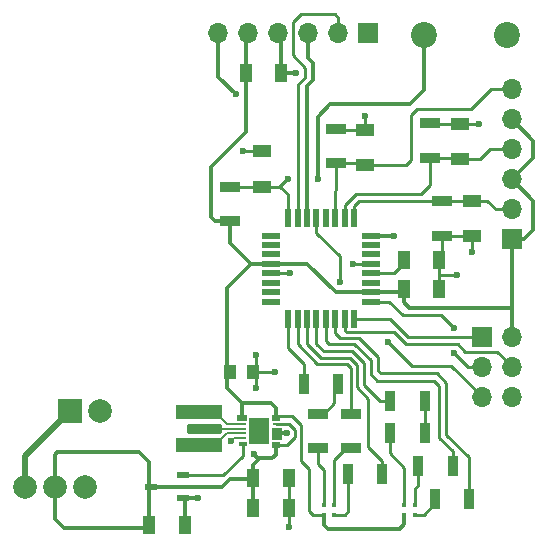
<source format=gtl>
G04 #@! TF.FileFunction,Copper,L1,Top,Signal*
%FSLAX46Y46*%
G04 Gerber Fmt 4.6, Leading zero omitted, Abs format (unit mm)*
G04 Created by KiCad (PCBNEW 4.0.7) date 10/19/18 11:12:39*
%MOMM*%
%LPD*%
G01*
G04 APERTURE LIST*
%ADD10C,0.100000*%
%ADD11R,1.680000X2.200000*%
%ADD12R,0.600000X0.200000*%
%ADD13R,2.000000X2.000000*%
%ADD14C,2.000000*%
%ADD15R,1.000000X1.600000*%
%ADD16R,1.600000X1.000000*%
%ADD17R,1.700000X1.700000*%
%ADD18O,1.700000X1.700000*%
%ADD19R,3.900000X1.200000*%
%ADD20R,0.900000X1.700000*%
%ADD21R,1.700000X0.900000*%
%ADD22C,2.200000*%
%ADD23R,1.600000X0.550000*%
%ADD24R,0.550000X1.600000*%
%ADD25R,0.450000X0.450000*%
%ADD26R,1.050000X0.600000*%
%ADD27R,1.000000X1.250000*%
%ADD28C,0.600000*%
%ADD29C,0.300000*%
%ADD30C,0.200000*%
%ADD31C,0.220000*%
%ADD32C,0.250000*%
%ADD33C,0.500000*%
%ADD34C,0.254000*%
%ADD35C,0.025400*%
G04 APERTURE END LIST*
D10*
D11*
X154500000Y-136500000D03*
D12*
X153100000Y-135500000D03*
X153100000Y-135900000D03*
X153100000Y-136300000D03*
X153100000Y-136700000D03*
X153100000Y-137100000D03*
X153100000Y-137500000D03*
X155900000Y-137500000D03*
X155900000Y-137100000D03*
X155900000Y-136700000D03*
X155900000Y-136300000D03*
X155900000Y-135900000D03*
X155900000Y-135500000D03*
D13*
X138480000Y-134770000D03*
D14*
X141020000Y-134770000D03*
D15*
X145200000Y-144500000D03*
X148200000Y-144500000D03*
X157000000Y-140500000D03*
X154000000Y-140500000D03*
X157000000Y-143000000D03*
X154000000Y-143000000D03*
X166750000Y-122000000D03*
X169750000Y-122000000D03*
X169750000Y-124500000D03*
X166750000Y-124500000D03*
D16*
X154725000Y-112800000D03*
X154725000Y-115800000D03*
D15*
X156350000Y-106200000D03*
X153350000Y-106200000D03*
D16*
X172500000Y-117000000D03*
X172500000Y-120000000D03*
X171500000Y-113500000D03*
X171500000Y-110500000D03*
X163500000Y-114000000D03*
X163500000Y-111000000D03*
D17*
X173350000Y-128500000D03*
D18*
X175890000Y-128500000D03*
X173350000Y-131040000D03*
X175890000Y-131040000D03*
X173350000Y-133580000D03*
X175890000Y-133580000D03*
D17*
X175900000Y-120275000D03*
D18*
X175900000Y-117735000D03*
X175900000Y-115195000D03*
X175900000Y-112655000D03*
X175900000Y-110115000D03*
X175900000Y-107575000D03*
D19*
X149400000Y-134900000D03*
X149400000Y-137700000D03*
D20*
X172275000Y-142225000D03*
X169375000Y-142225000D03*
X161200000Y-132500000D03*
X158300000Y-132500000D03*
X170875000Y-139450000D03*
X167975000Y-139450000D03*
X168500000Y-136675000D03*
X165600000Y-136675000D03*
X168500000Y-133925000D03*
X165600000Y-133925000D03*
D21*
X159500000Y-137950000D03*
X159500000Y-135050000D03*
X162250000Y-137950000D03*
X162250000Y-135050000D03*
D20*
X162025000Y-140150000D03*
X164925000Y-140150000D03*
D21*
X152025000Y-118700000D03*
X152025000Y-115800000D03*
X170000000Y-117050000D03*
X170000000Y-119950000D03*
X169000000Y-113350000D03*
X169000000Y-110450000D03*
X161000000Y-113850000D03*
X161000000Y-110950000D03*
D14*
X137200000Y-141250000D03*
X139740000Y-141250000D03*
X134660000Y-141250000D03*
D22*
X168475000Y-103000000D03*
X175475000Y-103000000D03*
D23*
X155500000Y-119950000D03*
X155500000Y-120750000D03*
X155500000Y-121550000D03*
X155500000Y-122350000D03*
X155500000Y-123150000D03*
X155500000Y-123950000D03*
X155500000Y-124750000D03*
X155500000Y-125550000D03*
D24*
X156950000Y-127000000D03*
X157750000Y-127000000D03*
X158550000Y-127000000D03*
X159350000Y-127000000D03*
X160150000Y-127000000D03*
X160950000Y-127000000D03*
X161750000Y-127000000D03*
X162550000Y-127000000D03*
D23*
X164000000Y-125550000D03*
X164000000Y-124750000D03*
X164000000Y-123950000D03*
X164000000Y-123150000D03*
X164000000Y-122350000D03*
X164000000Y-121550000D03*
X164000000Y-120750000D03*
X164000000Y-119950000D03*
D24*
X162550000Y-118500000D03*
X161750000Y-118500000D03*
X160950000Y-118500000D03*
X160150000Y-118500000D03*
X159350000Y-118500000D03*
X158550000Y-118500000D03*
X157750000Y-118500000D03*
X156950000Y-118500000D03*
D17*
X163750000Y-102800000D03*
D18*
X161210000Y-102800000D03*
X158670000Y-102800000D03*
X156130000Y-102800000D03*
X153590000Y-102800000D03*
X151050000Y-102800000D03*
D25*
X166800000Y-143575000D03*
X166800000Y-142725000D03*
X167650000Y-142725000D03*
X167650000Y-143575000D03*
X160000000Y-143575000D03*
X160000000Y-142725000D03*
X160850000Y-142725000D03*
X160850000Y-143575000D03*
D26*
X145350000Y-141200000D03*
X148050000Y-140250000D03*
X148050000Y-142150000D03*
D27*
X152000000Y-131500000D03*
X154000000Y-131500000D03*
D28*
X152125000Y-137375000D03*
X154025000Y-138450000D03*
X157600000Y-106200000D03*
X156875000Y-136700000D03*
X150050000Y-136300000D03*
X150950000Y-136300000D03*
X149050000Y-136300000D03*
X155010000Y-137270000D03*
X153990000Y-137270000D03*
X155010000Y-135730000D03*
X153990000Y-135740000D03*
X157100000Y-123150000D03*
X162400000Y-122350000D03*
X157000000Y-144600000D03*
X153150000Y-112800000D03*
X149350000Y-142150000D03*
X154250000Y-130100000D03*
X155800000Y-131500000D03*
X154250000Y-132900000D03*
X163500000Y-109800000D03*
X173100000Y-110500000D03*
X171250000Y-123250000D03*
X172500000Y-121350000D03*
X156900000Y-115150000D03*
X159450000Y-115150000D03*
X171000000Y-127775000D03*
X171000000Y-129875000D03*
X165400000Y-128975000D03*
X161300000Y-123925000D03*
X165900000Y-119950000D03*
X152500000Y-108000000D03*
D29*
X137200000Y-141250000D02*
X137200000Y-138500000D01*
X145200000Y-139150000D02*
X145200000Y-141300000D01*
X144350000Y-138300000D02*
X145200000Y-139150000D01*
X137400000Y-138300000D02*
X144350000Y-138300000D01*
X137200000Y-138500000D02*
X137400000Y-138300000D01*
X145200000Y-141300000D02*
X145350000Y-141200000D01*
X145200000Y-141250000D02*
X145350000Y-141200000D01*
D30*
X153100000Y-137100000D02*
X152400000Y-137100000D01*
X152400000Y-137100000D02*
X152125000Y-137375000D01*
D29*
X154025000Y-138450000D02*
X154425000Y-138850000D01*
X154425000Y-138850000D02*
X154425000Y-138950000D01*
X154000000Y-140500000D02*
X154000000Y-139375000D01*
X154000000Y-139375000D02*
X154425000Y-138950000D01*
X154425000Y-138950000D02*
X154575000Y-138800000D01*
X154575000Y-138800000D02*
X155600000Y-138800000D01*
X155600000Y-138800000D02*
X155900000Y-138500000D01*
X155900000Y-138500000D02*
X155900000Y-137800000D01*
D31*
X155900000Y-135900000D02*
X157025000Y-135900000D01*
X156850000Y-137650000D02*
X156175000Y-137650000D01*
X157525000Y-136975000D02*
X156850000Y-137650000D01*
X157525000Y-136400000D02*
X157525000Y-136975000D01*
X157025000Y-135900000D02*
X157525000Y-136400000D01*
D29*
X145200000Y-141200000D02*
X145350000Y-141200000D01*
X137200000Y-141250000D02*
X137200000Y-143950000D01*
X137200000Y-143950000D02*
X138000000Y-144750000D01*
X138000000Y-144750000D02*
X144975000Y-144750000D01*
D32*
X144975000Y-144750000D02*
X145200000Y-144500000D01*
D29*
X145350000Y-141200000D02*
X151375000Y-141200000D01*
X151375000Y-141200000D02*
X152050000Y-140525000D01*
X152050000Y-140525000D02*
X153975000Y-140525000D01*
D32*
X153975000Y-140525000D02*
X154000000Y-140500000D01*
D29*
X145200000Y-144500000D02*
X145200000Y-141325000D01*
X145200000Y-141325000D02*
X145350000Y-141200000D01*
X154000000Y-143000000D02*
X154000000Y-140525000D01*
D32*
X154000000Y-140525000D02*
X154000000Y-140500000D01*
D29*
X156350000Y-106200000D02*
X157600000Y-106200000D01*
X156350000Y-106200000D02*
X156350000Y-103000000D01*
X156350000Y-103000000D02*
X156150000Y-102800000D01*
X156150000Y-102800000D02*
X156130000Y-102800000D01*
X155900000Y-136700000D02*
X156875000Y-136700000D01*
D30*
X149050000Y-136300000D02*
X150050000Y-136300000D01*
X150950000Y-136300000D02*
X153100000Y-136300000D01*
X150050000Y-136300000D02*
X150950000Y-136300000D01*
D32*
X154500000Y-136500000D02*
X154500000Y-136760000D01*
X154500000Y-136760000D02*
X155010000Y-137270000D01*
X154500000Y-136760000D02*
X153990000Y-137270000D01*
X154500000Y-136500000D02*
X154500000Y-136240000D01*
X154500000Y-136240000D02*
X155010000Y-135730000D01*
X154500000Y-136500000D02*
X154500000Y-136250000D01*
X154500000Y-136250000D02*
X153990000Y-135740000D01*
X155500000Y-123150000D02*
X157100000Y-123150000D01*
X164000000Y-122350000D02*
X162400000Y-122350000D01*
X157000000Y-143000000D02*
X157000000Y-144600000D01*
X154725000Y-112800000D02*
X153150000Y-112800000D01*
D29*
X148050000Y-142150000D02*
X149350000Y-142150000D01*
D32*
X154250000Y-131500000D02*
X154250000Y-130100000D01*
X154250000Y-131500000D02*
X155800000Y-131500000D01*
X154250000Y-131500000D02*
X154250000Y-132900000D01*
X163500000Y-111000000D02*
X163500000Y-109800000D01*
X163500000Y-111000000D02*
X161000000Y-111000000D01*
X161000000Y-111000000D02*
X161000000Y-110950000D01*
X171500000Y-110500000D02*
X173100000Y-110500000D01*
X171500000Y-110500000D02*
X169000000Y-110500000D01*
X169000000Y-110500000D02*
X169000000Y-110450000D01*
X169750000Y-123250000D02*
X171250000Y-123250000D01*
X172500000Y-120000000D02*
X172500000Y-121350000D01*
X172500000Y-120000000D02*
X170050000Y-120000000D01*
X170050000Y-120000000D02*
X170025000Y-119975000D01*
X170025000Y-119975000D02*
X170000000Y-119950000D01*
X169750000Y-124500000D02*
X169750000Y-123250000D01*
X169750000Y-123250000D02*
X169750000Y-122000000D01*
X169750000Y-122000000D02*
X170000000Y-121750000D01*
X170000000Y-121750000D02*
X170000000Y-119950000D01*
D29*
X148200000Y-144500000D02*
X148200000Y-142300000D01*
X148200000Y-142300000D02*
X148050000Y-142150000D01*
D32*
X157000000Y-140500000D02*
X157000000Y-142700000D01*
X157000000Y-142700000D02*
X157000000Y-143000000D01*
D29*
X152025000Y-118700000D02*
X150750000Y-118700000D01*
X153350000Y-111200000D02*
X153350000Y-106250000D01*
X150400000Y-114150000D02*
X153350000Y-111200000D01*
X150400000Y-118350000D02*
X150400000Y-114150000D01*
X150750000Y-118700000D02*
X150400000Y-118350000D01*
X153350000Y-106250000D02*
X153350000Y-106200000D01*
X153350000Y-106200000D02*
X153350000Y-103050000D01*
X153350000Y-103050000D02*
X153600000Y-102800000D01*
X153600000Y-102800000D02*
X153590000Y-102800000D01*
D32*
X155900000Y-135250000D02*
X157250000Y-135250000D01*
X159050000Y-143575000D02*
X160000000Y-143575000D01*
X158750000Y-143275000D02*
X159050000Y-143575000D01*
X158750000Y-139725000D02*
X158750000Y-143275000D01*
X158025000Y-139000000D02*
X158750000Y-139725000D01*
X158025000Y-136025000D02*
X158025000Y-139000000D01*
X157250000Y-135250000D02*
X158025000Y-136025000D01*
D29*
X153025000Y-134125000D02*
X155475000Y-134125000D01*
X155900000Y-134550000D02*
X155900000Y-135250000D01*
X155900000Y-135250000D02*
X155900000Y-135200000D01*
X155475000Y-134125000D02*
X155900000Y-134550000D01*
X151750000Y-131500000D02*
X151750000Y-132850000D01*
X153025000Y-134125000D02*
X153025000Y-134125000D01*
X153025000Y-134125000D02*
X153025000Y-135150000D01*
X151750000Y-132850000D02*
X153025000Y-134125000D01*
D32*
X175900000Y-115195000D02*
X175905000Y-115195000D01*
D29*
X175905000Y-115195000D02*
X177700000Y-113400000D01*
X177700000Y-113400000D02*
X177700000Y-111925000D01*
X177700000Y-111925000D02*
X175900000Y-110125000D01*
D32*
X175900000Y-110125000D02*
X175900000Y-110115000D01*
D29*
X175900000Y-120275000D02*
X176925000Y-120275000D01*
X176925000Y-120275000D02*
X177700000Y-119500000D01*
X177700000Y-119500000D02*
X177700000Y-117000000D01*
X177700000Y-117000000D02*
X175900000Y-115200000D01*
D32*
X175900000Y-115200000D02*
X175900000Y-115195000D01*
D29*
X166750000Y-124500000D02*
X166750000Y-125600000D01*
X175875000Y-126075000D02*
X175890000Y-126075000D01*
X167225000Y-126075000D02*
X175875000Y-126075000D01*
X166750000Y-125600000D02*
X167225000Y-126075000D01*
X175890000Y-128500000D02*
X175890000Y-126075000D01*
X175890000Y-126075000D02*
X175890000Y-120985000D01*
D32*
X175890000Y-120985000D02*
X175900000Y-120975000D01*
X175900000Y-120975000D02*
X175900000Y-120275000D01*
D29*
X160000000Y-143575000D02*
X160000000Y-144450000D01*
X166800000Y-144400000D02*
X166800000Y-143575000D01*
X166400000Y-144800000D02*
X166800000Y-144400000D01*
X160350000Y-144800000D02*
X166400000Y-144800000D01*
X160000000Y-144450000D02*
X160350000Y-144800000D01*
X155500000Y-122350000D02*
X158575000Y-122350000D01*
X160975000Y-124750000D02*
X164000000Y-124750000D01*
X158575000Y-122350000D02*
X160975000Y-124750000D01*
X152025000Y-118700000D02*
X152025000Y-120575000D01*
X153750000Y-122300000D02*
X153750000Y-122350000D01*
X152025000Y-120575000D02*
X153750000Y-122300000D01*
X164000000Y-124750000D02*
X166425000Y-124750000D01*
D32*
X166425000Y-124750000D02*
X166750000Y-124500000D01*
D29*
X151750000Y-131500000D02*
X151750000Y-124375000D01*
X151750000Y-124375000D02*
X153775000Y-122350000D01*
X153775000Y-122350000D02*
X153750000Y-122350000D01*
X153750000Y-122350000D02*
X154775000Y-122350000D01*
D32*
X154775000Y-122350000D02*
X155500000Y-122350000D01*
X164000000Y-123150000D02*
X165875000Y-123150000D01*
X165875000Y-123150000D02*
X166750000Y-122275000D01*
X166750000Y-122275000D02*
X166750000Y-122000000D01*
D29*
X168475000Y-103000000D02*
X168475000Y-107625000D01*
X156900000Y-115150000D02*
X156250000Y-115800000D01*
X159450000Y-109900000D02*
X159450000Y-115150000D01*
X160500000Y-108850000D02*
X159450000Y-109900000D01*
X167250000Y-108850000D02*
X160500000Y-108850000D01*
X168475000Y-107625000D02*
X167250000Y-108850000D01*
D32*
X154725000Y-115800000D02*
X156250000Y-115800000D01*
X156250000Y-115800000D02*
X156300000Y-115800000D01*
X156950000Y-116450000D02*
X156950000Y-118475000D01*
X156300000Y-115800000D02*
X156950000Y-116450000D01*
X156950000Y-118475000D02*
X156950000Y-118500000D01*
X152025000Y-115800000D02*
X154725000Y-115800000D01*
X175900000Y-117735000D02*
X174510000Y-117735000D01*
X173775000Y-117000000D02*
X172525000Y-117000000D01*
X174510000Y-117735000D02*
X173775000Y-117000000D01*
X172525000Y-117000000D02*
X172500000Y-117000000D01*
X162550000Y-118500000D02*
X162550000Y-117450000D01*
X162950000Y-117050000D02*
X170000000Y-117050000D01*
X162550000Y-117450000D02*
X162950000Y-117050000D01*
X172500000Y-116950000D02*
X172500000Y-117000000D01*
X172500000Y-117000000D02*
X170050000Y-117000000D01*
X170050000Y-117000000D02*
X170000000Y-117050000D01*
X175900000Y-112655000D02*
X174020000Y-112655000D01*
X173175000Y-113500000D02*
X171500000Y-113500000D01*
X174020000Y-112655000D02*
X173175000Y-113500000D01*
X161750000Y-118500000D02*
X161750000Y-117400000D01*
X169000000Y-115650000D02*
X169000000Y-113350000D01*
X168175000Y-116475000D02*
X169000000Y-115650000D01*
X162675000Y-116475000D02*
X168175000Y-116475000D01*
X161750000Y-117400000D02*
X162675000Y-116475000D01*
X169000000Y-113350000D02*
X171450000Y-113350000D01*
X171450000Y-113350000D02*
X171500000Y-113500000D01*
X166950000Y-114000000D02*
X163500000Y-114000000D01*
X167375000Y-113575000D02*
X166950000Y-114000000D01*
X167375000Y-109750000D02*
X167375000Y-113575000D01*
X167900000Y-109225000D02*
X167375000Y-109750000D01*
X172450000Y-109225000D02*
X167900000Y-109225000D01*
X174100000Y-107575000D02*
X172450000Y-109225000D01*
X175900000Y-107575000D02*
X174100000Y-107575000D01*
X161000000Y-113850000D02*
X163400000Y-113850000D01*
X163400000Y-113850000D02*
X163500000Y-114000000D01*
X160950000Y-118500000D02*
X161000000Y-113900000D01*
X161000000Y-113900000D02*
X161000000Y-113850000D01*
X166800000Y-142725000D02*
X166800000Y-139600000D01*
X165600000Y-138400000D02*
X165600000Y-136700000D01*
X166800000Y-139600000D02*
X165600000Y-138400000D01*
X165600000Y-136700000D02*
X165600000Y-136675000D01*
X167650000Y-142725000D02*
X167650000Y-141425000D01*
X167975000Y-141100000D02*
X167975000Y-139450000D01*
X167650000Y-141425000D02*
X167975000Y-141100000D01*
X167650000Y-143575000D02*
X168425000Y-143575000D01*
X168425000Y-143575000D02*
X169375000Y-142625000D01*
X169375000Y-142625000D02*
X169375000Y-142225000D01*
X160000000Y-142725000D02*
X160000000Y-139775000D01*
X159500000Y-139275000D02*
X159500000Y-137950000D01*
X160000000Y-139775000D02*
X159500000Y-139275000D01*
X160850000Y-142725000D02*
X160850000Y-138925000D01*
X160850000Y-138925000D02*
X161825000Y-137950000D01*
X161825000Y-137950000D02*
X162250000Y-137950000D01*
X160850000Y-143575000D02*
X161725000Y-143575000D01*
X162025000Y-143275000D02*
X162025000Y-140150000D01*
X161725000Y-143575000D02*
X162025000Y-143275000D01*
X173350000Y-128500000D02*
X167100000Y-128500000D01*
X165600000Y-127000000D02*
X162550000Y-127000000D01*
X167100000Y-128500000D02*
X165600000Y-127000000D01*
X173350000Y-131040000D02*
X172165000Y-131040000D01*
X165500000Y-125550000D02*
X164000000Y-125550000D01*
X166650000Y-126700000D02*
X165500000Y-125550000D01*
X169925000Y-126700000D02*
X166650000Y-126700000D01*
X171000000Y-127775000D02*
X169925000Y-126700000D01*
X172165000Y-131040000D02*
X171000000Y-129875000D01*
X161750000Y-127000000D02*
X161750000Y-128000000D01*
X174625000Y-129775000D02*
X175875000Y-131025000D01*
X171950000Y-129775000D02*
X174625000Y-129775000D01*
X171325000Y-129150000D02*
X171950000Y-129775000D01*
X166900000Y-129150000D02*
X171325000Y-129150000D01*
X165900000Y-128150000D02*
X166900000Y-129150000D01*
X161900000Y-128150000D02*
X165900000Y-128150000D01*
X161750000Y-128000000D02*
X161900000Y-128150000D01*
X175875000Y-131025000D02*
X175890000Y-131040000D01*
X159350000Y-118500000D02*
X159350000Y-119700000D01*
X170775000Y-131000000D02*
X173350000Y-133575000D01*
X167425000Y-131000000D02*
X170775000Y-131000000D01*
X165400000Y-128975000D02*
X167425000Y-131000000D01*
X161300000Y-121650000D02*
X161300000Y-123925000D01*
X159350000Y-119700000D02*
X161300000Y-121650000D01*
X173350000Y-133575000D02*
X173350000Y-133580000D01*
D30*
X153100000Y-135900000D02*
X151750000Y-135900000D01*
X151750000Y-135900000D02*
X151100000Y-135250000D01*
X151100000Y-135250000D02*
X149400000Y-134900000D01*
X153100000Y-136700000D02*
X151750000Y-136700000D01*
X151750000Y-136700000D02*
X151100000Y-137350000D01*
X151100000Y-137350000D02*
X149400000Y-137700000D01*
D32*
X160950000Y-127000000D02*
X160950000Y-128200000D01*
X172275000Y-138725000D02*
X172275000Y-142225000D01*
X170350000Y-136800000D02*
X172275000Y-138725000D01*
X170350000Y-132400000D02*
X170350000Y-136800000D01*
X169575000Y-131625000D02*
X170350000Y-132400000D01*
X164800000Y-131625000D02*
X169575000Y-131625000D01*
X164600000Y-131425000D02*
X164800000Y-131625000D01*
X164600000Y-130250000D02*
X164600000Y-131425000D01*
X162975000Y-128625000D02*
X164600000Y-130250000D01*
X161375000Y-128625000D02*
X162975000Y-128625000D01*
X160950000Y-128200000D02*
X161375000Y-128625000D01*
X159500000Y-135050000D02*
X159950000Y-135050000D01*
X159950000Y-135050000D02*
X160875000Y-134125000D01*
X160875000Y-134125000D02*
X160875000Y-133300000D01*
X160875000Y-133300000D02*
X161200000Y-132500000D01*
X158300000Y-132500000D02*
X158300000Y-130825000D01*
X156950000Y-129475000D02*
X156950000Y-127325000D01*
X158300000Y-130825000D02*
X156950000Y-129475000D01*
X156950000Y-127325000D02*
X156950000Y-127000000D01*
X170875000Y-139450000D02*
X170875000Y-138225000D01*
X160150000Y-128900000D02*
X160150000Y-127700000D01*
X160375000Y-129125000D02*
X160150000Y-128900000D01*
X162550000Y-129125000D02*
X160375000Y-129125000D01*
X163950000Y-130525000D02*
X162550000Y-129125000D01*
X163950000Y-131675000D02*
X163950000Y-130525000D01*
X164500000Y-132225000D02*
X163950000Y-131675000D01*
X169300000Y-132225000D02*
X164500000Y-132225000D01*
X169725000Y-132650000D02*
X169300000Y-132225000D01*
X169725000Y-137075000D02*
X169725000Y-132650000D01*
X170875000Y-138225000D02*
X169725000Y-137075000D01*
X160150000Y-127700000D02*
X160150000Y-127000000D01*
X168500000Y-136675000D02*
X168500000Y-133925000D01*
X165600000Y-133925000D02*
X164700000Y-133925000D01*
X159350000Y-129125000D02*
X159350000Y-127000000D01*
X159950000Y-129725000D02*
X159350000Y-129125000D01*
X162350000Y-129725000D02*
X159950000Y-129725000D01*
X163375000Y-130750000D02*
X162350000Y-129725000D01*
X163375000Y-132600000D02*
X163375000Y-130750000D01*
X164700000Y-133925000D02*
X163375000Y-132600000D01*
X162250000Y-135050000D02*
X162250000Y-131125000D01*
X157750000Y-129125000D02*
X157750000Y-127525000D01*
X159425000Y-130800000D02*
X157750000Y-129125000D01*
X161925000Y-130800000D02*
X159425000Y-130800000D01*
X162250000Y-131125000D02*
X161925000Y-130800000D01*
X157750000Y-127525000D02*
X157750000Y-127000000D01*
X164925000Y-140150000D02*
X164925000Y-139000000D01*
X158550000Y-129150000D02*
X158550000Y-127600000D01*
X159725000Y-130325000D02*
X158550000Y-129150000D01*
X162175000Y-130325000D02*
X159725000Y-130325000D01*
X162750000Y-130900000D02*
X162175000Y-130325000D01*
X162750000Y-132775000D02*
X162750000Y-130900000D01*
X163750000Y-133775000D02*
X162750000Y-132775000D01*
X163750000Y-137825000D02*
X163750000Y-133775000D01*
X164925000Y-139000000D02*
X163750000Y-137825000D01*
X158550000Y-127600000D02*
X158550000Y-127000000D01*
D31*
X148050000Y-140250000D02*
X151475000Y-140250000D01*
X153100000Y-138625000D02*
X153100000Y-137675000D01*
X151475000Y-140250000D02*
X153100000Y-138625000D01*
D29*
X151050000Y-102800000D02*
X151050000Y-106550000D01*
X165900000Y-119950000D02*
X164000000Y-119950000D01*
X151050000Y-106550000D02*
X152500000Y-108000000D01*
X158550000Y-118500000D02*
X158550000Y-107300000D01*
X158550000Y-107300000D02*
X159050000Y-106800000D01*
X159050000Y-106800000D02*
X159050000Y-105350000D01*
X159050000Y-105350000D02*
X158650000Y-104950000D01*
X158650000Y-104950000D02*
X158650000Y-103400000D01*
D32*
X158650000Y-103400000D02*
X158670000Y-102800000D01*
X157750000Y-118500000D02*
X157750000Y-107200000D01*
X161200000Y-101500000D02*
X161200000Y-102150000D01*
X160900000Y-101200000D02*
X161200000Y-101500000D01*
X158000000Y-101200000D02*
X160900000Y-101200000D01*
X157350000Y-101850000D02*
X158000000Y-101200000D01*
X157350000Y-104700000D02*
X157350000Y-101850000D01*
X158400000Y-105750000D02*
X157350000Y-104700000D01*
X158400000Y-106550000D02*
X158400000Y-105750000D01*
X157750000Y-107200000D02*
X158400000Y-106550000D01*
X161200000Y-102150000D02*
X161210000Y-102800000D01*
D33*
X134660000Y-141250000D02*
X134660000Y-138590000D01*
X134660000Y-138590000D02*
X138475000Y-134775000D01*
X138475000Y-134775000D02*
X138480000Y-134770000D01*
D34*
G36*
X151223000Y-136623000D02*
X148477000Y-136623000D01*
X148477000Y-135977000D01*
X151223000Y-135977000D01*
X151223000Y-136623000D01*
X151223000Y-136623000D01*
G37*
X151223000Y-136623000D02*
X148477000Y-136623000D01*
X148477000Y-135977000D01*
X151223000Y-135977000D01*
X151223000Y-136623000D01*
D35*
G36*
X153387300Y-135587300D02*
X152662700Y-135587300D01*
X152662700Y-135112700D01*
X153387300Y-135112700D01*
X153387300Y-135587300D01*
X153387300Y-135587300D01*
G37*
X153387300Y-135587300D02*
X152662700Y-135587300D01*
X152662700Y-135112700D01*
X153387300Y-135112700D01*
X153387300Y-135587300D01*
G36*
X156187300Y-135587300D02*
X155612700Y-135587300D01*
X155612700Y-135112700D01*
X156187300Y-135112700D01*
X156187300Y-135587300D01*
X156187300Y-135587300D01*
G37*
X156187300Y-135587300D02*
X155612700Y-135587300D01*
X155612700Y-135112700D01*
X156187300Y-135112700D01*
X156187300Y-135587300D01*
G36*
X156187300Y-137887300D02*
X155612700Y-137887300D01*
X155612700Y-137412700D01*
X156187300Y-137412700D01*
X156187300Y-137887300D01*
X156187300Y-137887300D01*
G37*
X156187300Y-137887300D02*
X155612700Y-137887300D01*
X155612700Y-137412700D01*
X156187300Y-137412700D01*
X156187300Y-137887300D01*
G36*
X156387300Y-137187300D02*
X155612700Y-137187300D01*
X155612700Y-136212700D01*
X156387300Y-136212700D01*
X156387300Y-137187300D01*
X156387300Y-137187300D01*
G37*
X156387300Y-137187300D02*
X155612700Y-137187300D01*
X155612700Y-136212700D01*
X156387300Y-136212700D01*
X156387300Y-137187300D01*
G36*
X153387300Y-137687300D02*
X152812700Y-137687300D01*
X152812700Y-137412700D01*
X153387300Y-137412700D01*
X153387300Y-137687300D01*
X153387300Y-137687300D01*
G37*
X153387300Y-137687300D02*
X152812700Y-137687300D01*
X152812700Y-137412700D01*
X153387300Y-137412700D01*
X153387300Y-137687300D01*
M02*

</source>
